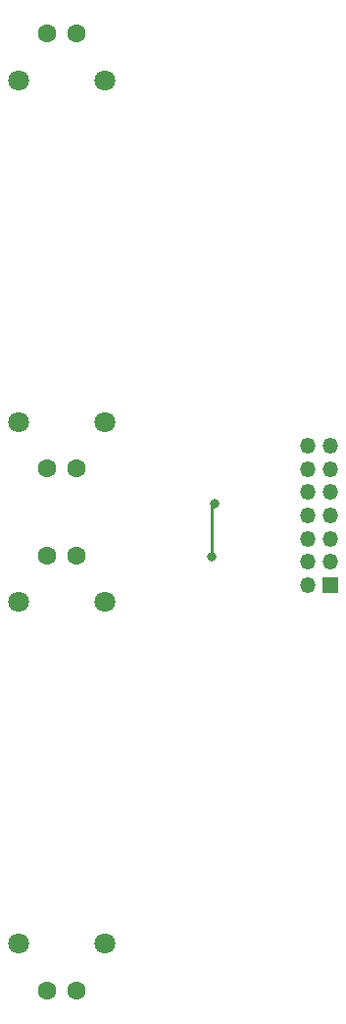
<source format=gbr>
%TF.GenerationSoftware,KiCad,Pcbnew,(6.0.6)*%
%TF.CreationDate,2023-01-26T13:39:55-05:00*%
%TF.ProjectId,TURFIO_RACK_Flex_PCB_Breakout,54555246-494f-45f5-9241-434b5f466c65,rev?*%
%TF.SameCoordinates,Original*%
%TF.FileFunction,Copper,L2,Bot*%
%TF.FilePolarity,Positive*%
%FSLAX46Y46*%
G04 Gerber Fmt 4.6, Leading zero omitted, Abs format (unit mm)*
G04 Created by KiCad (PCBNEW (6.0.6)) date 2023-01-26 13:39:55*
%MOMM*%
%LPD*%
G01*
G04 APERTURE LIST*
%TA.AperFunction,ComponentPad*%
%ADD10C,1.803400*%
%TD*%
%TA.AperFunction,ComponentPad*%
%ADD11C,1.600200*%
%TD*%
%TA.AperFunction,ComponentPad*%
%ADD12R,1.350000X1.350000*%
%TD*%
%TA.AperFunction,ComponentPad*%
%ADD13O,1.350000X1.350000*%
%TD*%
%TA.AperFunction,ViaPad*%
%ADD14C,0.800000*%
%TD*%
%TA.AperFunction,Conductor*%
%ADD15C,0.250000*%
%TD*%
G04 APERTURE END LIST*
D10*
%TO.P,J1,101,P1*%
%TO.N,unconnected-(J1-Pad101)*%
X81297153Y-62074804D03*
%TO.P,J1,102,P2*%
%TO.N,unconnected-(J1-Pad102)*%
X81297153Y-91574796D03*
%TO.P,J1,103,P3*%
%TO.N,unconnected-(J1-Pad103)*%
X88747151Y-62074804D03*
%TO.P,J1,104,P4*%
%TO.N,unconnected-(J1-Pad104)*%
X88747151Y-91574796D03*
D11*
%TO.P,J1,105,MH1*%
%TO.N,unconnected-(J1-Pad105)*%
X86322152Y-58074799D03*
%TO.P,J1,106,MH2*%
%TO.N,unconnected-(J1-Pad106)*%
X86322152Y-95574801D03*
%TO.P,J1,107,MH3*%
%TO.N,unconnected-(J1-Pad107)*%
X83722152Y-58074799D03*
%TO.P,J1,108,MH4*%
%TO.N,unconnected-(J1-Pad108)*%
X83722152Y-95574801D03*
%TD*%
D10*
%TO.P,J2,101,P1*%
%TO.N,unconnected-(J2-Pad101)*%
X81297153Y-107074804D03*
%TO.P,J2,102,P2*%
%TO.N,unconnected-(J2-Pad102)*%
X81297153Y-136574796D03*
%TO.P,J2,103,P3*%
%TO.N,GND*%
X88747151Y-107074804D03*
%TO.P,J2,104,P4*%
X88747151Y-136574796D03*
D11*
%TO.P,J2,105,MH1*%
%TO.N,unconnected-(J2-Pad105)*%
X86322152Y-103074799D03*
%TO.P,J2,106,MH2*%
%TO.N,unconnected-(J2-Pad106)*%
X86322152Y-140574801D03*
%TO.P,J2,107,MH3*%
%TO.N,unconnected-(J2-Pad107)*%
X83722152Y-103074799D03*
%TO.P,J2,108,MH4*%
%TO.N,unconnected-(J2-Pad108)*%
X83722152Y-140574801D03*
%TD*%
D12*
%TO.P,J3,1,Pin_1*%
%TO.N,GND*%
X108230000Y-105630000D03*
D13*
%TO.P,J3,2,Pin_2*%
%TO.N,unconnected-(J3-Pad2)*%
X106230000Y-105630000D03*
%TO.P,J3,3,Pin_3*%
%TO.N,GND*%
X108230000Y-103630000D03*
%TO.P,J3,4,Pin_4*%
%TO.N,/TTMS*%
X106230000Y-103630000D03*
%TO.P,J3,5,Pin_5*%
%TO.N,GND*%
X108230000Y-101630000D03*
%TO.P,J3,6,Pin_6*%
%TO.N,/TTCK*%
X106230000Y-101630000D03*
%TO.P,J3,7,Pin_7*%
%TO.N,GND*%
X108230000Y-99630000D03*
%TO.P,J3,8,Pin_8*%
%TO.N,/TTDI*%
X106230000Y-99630000D03*
%TO.P,J3,9,Pin_9*%
%TO.N,GND*%
X108230000Y-97630000D03*
%TO.P,J3,10,Pin_10*%
%TO.N,/TTDO*%
X106230000Y-97630000D03*
%TO.P,J3,11,Pin_11*%
%TO.N,GND*%
X108230000Y-95630000D03*
%TO.P,J3,12,Pin_12*%
%TO.N,unconnected-(J3-Pad12)*%
X106230000Y-95630000D03*
%TO.P,J3,13,Pin_13*%
%TO.N,GND*%
X108230000Y-93630000D03*
%TO.P,J3,14,Pin_14*%
%TO.N,/T~CTRL*%
X106230000Y-93630000D03*
%TD*%
D14*
%TO.N,/TTDO*%
X98200000Y-98620000D03*
X97950000Y-103210000D03*
%TD*%
D15*
%TO.N,/TTDO*%
X97950000Y-103210000D02*
X97950000Y-98870000D01*
X97950000Y-98870000D02*
X98200000Y-98620000D01*
%TD*%
M02*

</source>
